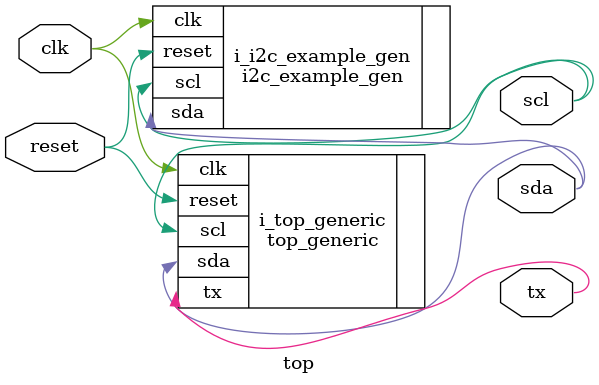
<source format=v>
`timescale 1ns / 1ps

module top
    (
        input clk,
        input reset,
        output scl,
        output sda,
        output tx
    );
    wire scl;
    wire sda;
    wire tx;

    i2c_example_gen 
    #(
    //.I2C_COUNTS_PER_BIT(16)
    )
    i_i2c_example_gen
    (
        .clk(clk),
        .reset(reset),
        .scl(scl),
        .sda(sda)
    );
    
    top_generic i_top_generic
    (
        .clk(clk),
        .reset(reset),
        .scl(scl),
        .sda(sda),
        .tx(tx)
    );
    
    //defparam i_top_generic.i_buffered_uart.i_uart_tx.UART_COUNTS_PER_BIT = 1;     
    
endmodule

</source>
